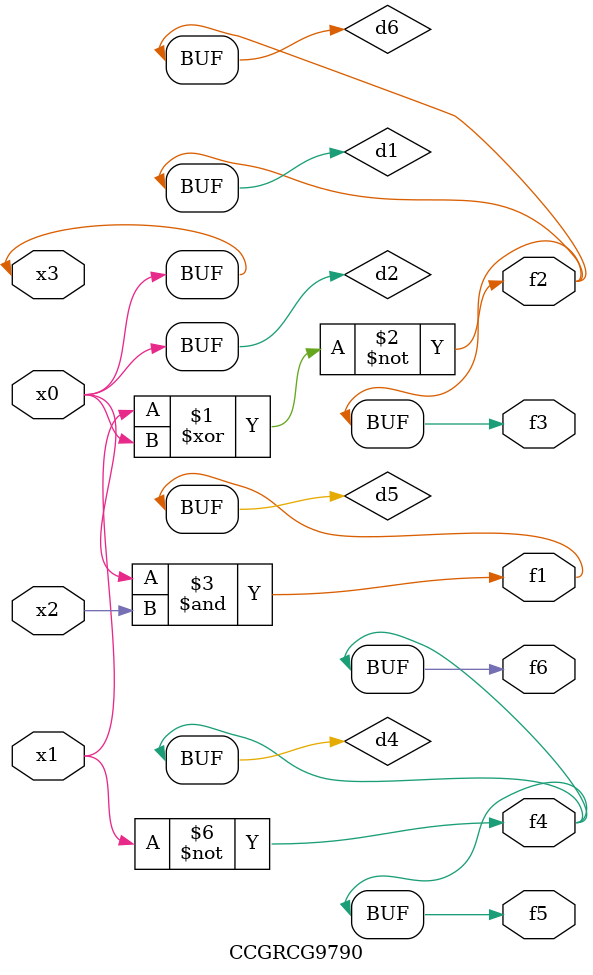
<source format=v>
module CCGRCG9790(
	input x0, x1, x2, x3,
	output f1, f2, f3, f4, f5, f6
);

	wire d1, d2, d3, d4, d5, d6;

	xnor (d1, x1, x3);
	buf (d2, x0, x3);
	nand (d3, x0, x2);
	not (d4, x1);
	nand (d5, d3);
	or (d6, d1);
	assign f1 = d5;
	assign f2 = d6;
	assign f3 = d6;
	assign f4 = d4;
	assign f5 = d4;
	assign f6 = d4;
endmodule

</source>
